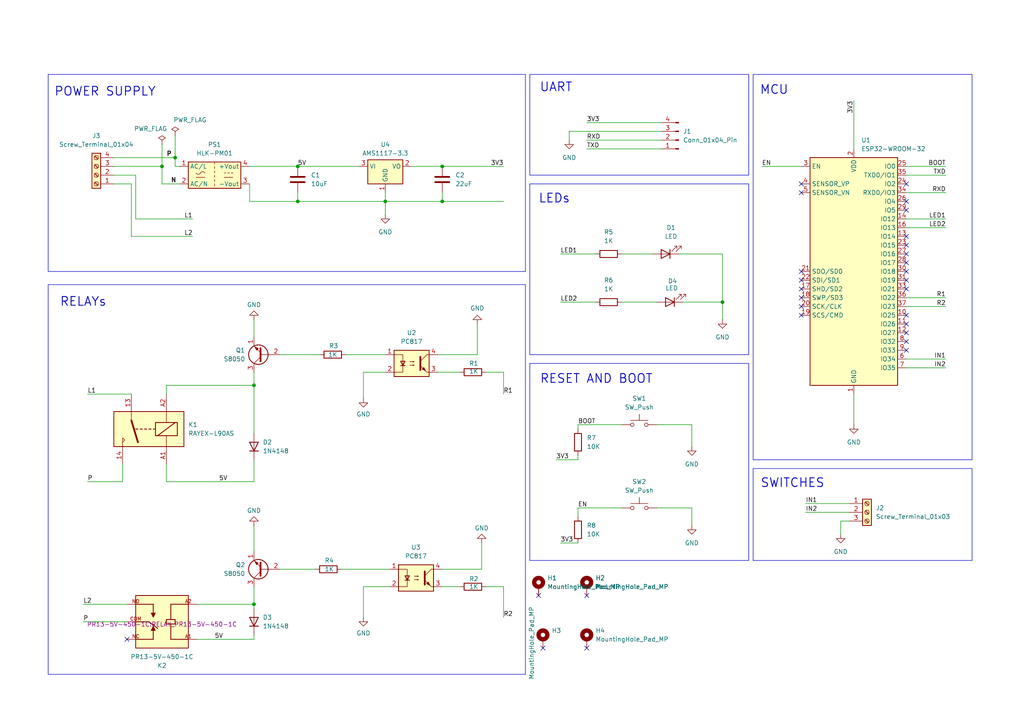
<source format=kicad_sch>
(kicad_sch (version 20250114) (generator "eeschema") (generator_version "9.0")
  (paper "A4")
  (title_block (title "30A Home Automation with ESP32") (date "2025-11-26") (comment 1 "By Harshal"))
  (lib_symbols
    (symbol "Connector:Conn_01x04_Pin" (pin_names (offset 1.016) (hide yes))
      (property "Reference" "J" (at 0 5.08 0))
      (property "Value" "Conn_01x04_Pin" (at 0 -7.62 0))
      (symbol "Conn_01x04_Pin_1_1"
        (rectangle (start 0.8636 2.667) (end 0 2.413) (stroke (width 0.1524)) (fill (type outline)))
        (rectangle (start 0.8636 0.127) (end 0 -0.127) (stroke (width 0.1524)) (fill (type outline)))
        (rectangle (start 0.8636 -2.413) (end 0 -2.667) (stroke (width 0.1524)) (fill (type outline)))
        (rectangle (start 0.8636 -4.953) (end 0 -5.207) (stroke (width 0.1524)) (fill (type outline)))
        (polyline (pts (xy 1.27 2.54) (xy 0.8636 2.54)) (stroke (width 0.1524)))
        (polyline (pts (xy 1.27 0) (xy 0.8636 0)) (stroke (width 0.1524)))
        (polyline (pts (xy 1.27 -2.54) (xy 0.8636 -2.54)) (stroke (width 0.1524)))
        (polyline (pts (xy 1.27 -5.08) (xy 0.8636 -5.08)) (stroke (width 0.1524)))
        (pin passive line (at 5.08 2.54 180) (length 3.81) (name "Pin_1") (number "1"))
        (pin passive line (at 5.08 0 180) (length 3.81) (name "Pin_2") (number "2"))
        (pin passive line (at 5.08 -2.54 180) (length 3.81) (name "Pin_3") (number "3"))
        (pin passive line (at 5.08 -5.08 180) (length 3.81) (name "Pin_4") (number "4"))
      )
    )
    (symbol "Connector:Screw_Terminal_01x03" (pin_names (offset 1.016) (hide yes))
      (property "Reference" "J" (at 0 5.08 0))
      (property "Value" "Screw_Terminal_01x03" (at 0 -5.08 0))
      (symbol "Screw_Terminal_01x03_1_1"
        (rectangle (start -1.27 3.81) (end 1.27 -3.81) (stroke (width 0.254)) (fill (type background)))
        (polyline (pts (xy -0.5334 2.8702) (xy 0.3302 2.032)) (stroke (width 0.1524)))
        (polyline (pts (xy -0.5334 0.3302) (xy 0.3302 -0.508)) (stroke (width 0.1524)))
        (polyline (pts (xy -0.5334 -2.2098) (xy 0.3302 -3.048)) (stroke (width 0.1524)))
        (polyline (pts (xy -0.3556 3.048) (xy 0.508 2.2098)) (stroke (width 0.1524)))
        (polyline (pts (xy -0.3556 0.508) (xy 0.508 -0.3302)) (stroke (width 0.1524)))
        (polyline (pts (xy -0.3556 -2.032) (xy 0.508 -2.8702)) (stroke (width 0.1524)))
        (circle (center 0 2.54) (radius 0.635) (stroke (width 0.1524)))
        (circle (center 0 0) (radius 0.635) (stroke (width 0.1524)))
        (circle (center 0 -2.54) (radius 0.635) (stroke (width 0.1524)))
        (pin passive line (at -5.08 2.54 0) (length 3.81) (name "Pin_1") (number "1"))
        (pin passive line (at -5.08 0 0) (length 3.81) (name "Pin_2") (number "2"))
        (pin passive line (at -5.08 -2.54 0) (length 3.81) (name "Pin_3") (number "3"))
      )
    )
    (symbol "Connector:Screw_Terminal_01x04" (pin_names (offset 1.016) (hide yes))
      (property "Reference" "J" (at 0 5.08 0))
      (property "Value" "Screw_Terminal_01x04" (at 0 -7.62 0))
      (symbol "Screw_Terminal_01x04_1_1"
        (rectangle (start -1.27 3.81) (end 1.27 -6.35) (stroke (width 0.254)) (fill (type background)))
        (polyline (pts (xy -0.5334 2.8702) (xy 0.3302 2.032)) (stroke (width 0.1524)))
        (polyline (pts (xy -0.5334 0.3302) (xy 0.3302 -0.508)) (stroke (width 0.1524)))
        (polyline (pts (xy -0.5334 -2.2098) (xy 0.3302 -3.048)) (stroke (width 0.1524)))
        (polyline (pts (xy -0.5334 -4.7498) (xy 0.3302 -5.588)) (stroke (width 0.1524)))
        (polyline (pts (xy -0.3556 3.048) (xy 0.508 2.2098)) (stroke (width 0.1524)))
        (polyline (pts (xy -0.3556 0.508) (xy 0.508 -0.3302)) (stroke (width 0.1524)))
        (polyline (pts (xy -0.3556 -2.032) (xy 0.508 -2.8702)) (stroke (width 0.1524)))
        (polyline (pts (xy -0.3556 -4.572) (xy 0.508 -5.4102)) (stroke (width 0.1524)))
        (circle (center 0 2.54) (radius 0.635) (stroke (width 0.1524)))
        (circle (center 0 0) (radius 0.635) (stroke (width 0.1524)))
        (circle (center 0 -2.54) (radius 0.635) (stroke (width 0.1524)))
        (circle (center 0 -5.08) (radius 0.635) (stroke (width 0.1524)))
        (pin passive line (at -5.08 2.54 0) (length 3.81) (name "Pin_1") (number "1"))
        (pin passive line (at -5.08 0 0) (length 3.81) (name "Pin_2") (number "2"))
        (pin passive line (at -5.08 -2.54 0) (length 3.81) (name "Pin_3") (number "3"))
        (pin passive line (at -5.08 -5.08 0) (length 3.81) (name "Pin_4") (number "4"))
      )
    )
    (symbol "Converter_ACDC:HLK-PM01"
      (property "Reference" "PS" (at 0 5.08 0))
      (property "Value" "HLK-PM01" (at 0 -5.08 0))
      (symbol "HLK-PM01_0_1"
        (rectangle (start -7.62 3.81) (end 7.62 -3.81) (stroke (width 0.254)) (fill (type background)))
        (polyline (pts (xy -5.334 -0.635) (xy -2.794 -0.635)))
        (arc (start -4.064 0.635) (mid -4.699 0.2495) (end -5.334 0.635))
        (arc (start -4.064 0.635) (mid -3.429 1.0072) (end -2.794 0.635))
        (polyline (pts (xy 0 3.81) (xy 0 3.175)))
        (polyline (pts (xy 0 2.54) (xy 0 1.905)))
        (polyline (pts (xy 0 1.27) (xy 0 0.635)))
        (polyline (pts (xy 0 0) (xy 0 -0.635)))
        (polyline (pts (xy 0 -1.27) (xy 0 -1.905)))
        (polyline (pts (xy 0 -2.54) (xy 0 -3.175)))
        (polyline (pts (xy 2.794 0.635) (xy 3.302 0.635)))
        (polyline (pts (xy 2.794 -0.635) (xy 5.334 -0.635)))
        (polyline (pts (xy 3.81 0.635) (xy 4.318 0.635)))
        (polyline (pts (xy 4.826 0.635) (xy 5.334 0.635)))
      )
      (symbol "HLK-PM01_1_1"
        (pin power_in line (at -10.16 2.54 0) (length 2.54) (name "AC/L") (number "1"))
        (pin power_in line (at -10.16 -2.54 0) (length 2.54) (name "AC/N") (number "2"))
        (pin power_out line (at 10.16 2.54 180) (length 2.54) (name "+Vout") (number "4"))
        (pin power_out line (at 10.16 -2.54 180) (length 2.54) (name "-Vout") (number "3"))
      )
    )
    (symbol "Device:C" (pin_numbers (hide yes)) (pin_names (offset 0.254))
      (property "Reference" "C" (at 0.635 2.54 0))
      (property "Value" "C" (at 0.635 -2.54 0))
      (symbol "C_0_1"
        (polyline (pts (xy -2.032 0.762) (xy 2.032 0.762)) (stroke (width 0.508)))
        (polyline (pts (xy -2.032 -0.762) (xy 2.032 -0.762)) (stroke (width 0.508)))
      )
      (symbol "C_1_1"
        (pin passive line (at 0 3.81 270) (length 2.794) (name "~") (number "1"))
        (pin passive line (at 0 -3.81 90) (length 2.794) (name "~") (number "2"))
      )
    )
    (symbol "Device:LED" (pin_numbers (hide yes)) (pin_names (offset 1.016) (hide yes))
      (property "Reference" "D" (at 0 2.54 0))
      (property "Value" "LED" (at 0 -2.54 0))
      (symbol "LED_0_1"
        (polyline (pts (xy -3.048 -0.762) (xy -4.572 -2.286) (xy -3.81 -2.286) (xy -4.572 -2.286) (xy -4.572 -1.524)))
        (polyline (pts (xy -1.778 -0.762) (xy -3.302 -2.286) (xy -2.54 -2.286) (xy -3.302 -2.286) (xy -3.302 -1.524)))
        (polyline (pts (xy -1.27 0) (xy 1.27 0)))
        (polyline (pts (xy -1.27 -1.27) (xy -1.27 1.27)) (stroke (width 0.254)))
        (polyline (pts (xy 1.27 -1.27) (xy 1.27 1.27) (xy -1.27 0) (xy 1.27 -1.27)) (stroke (width 0.254)))
      )
      (symbol "LED_1_1"
        (pin passive line (at -3.81 0 0) (length 2.54) (name "K") (number "1"))
        (pin passive line (at 3.81 0 180) (length 2.54) (name "A") (number "2"))
      )
    )
    (symbol "Device:R" (pin_numbers (hide yes)) (pin_names (offset 0))
      (property "Reference" "R" (at 2.032 0 90))
      (property "Value" "R" (at 0 0 90))
      (symbol "R_0_1"
        (rectangle (start -1.016 -2.54) (end 1.016 2.54) (stroke (width 0.254)))
      )
      (symbol "R_1_1"
        (pin passive line (at 0 3.81 270) (length 1.27) (name "~") (number "1"))
        (pin passive line (at 0 -3.81 90) (length 1.27) (name "~") (number "2"))
      )
    )
    (symbol "Diode:1N4148" (pin_numbers (hide yes)) (pin_names (hide yes))
      (property "Reference" "D" (at 0 2.54 0))
      (property "Value" "1N4148" (at 0 -2.54 0))
      (symbol "1N4148_0_1"
        (polyline (pts (xy -1.27 1.27) (xy -1.27 -1.27)) (stroke (width 0.254)))
        (polyline (pts (xy 1.27 1.27) (xy 1.27 -1.27) (xy -1.27 0) (xy 1.27 1.27)) (stroke (width 0.254)))
        (polyline (pts (xy 1.27 0) (xy -1.27 0)))
      )
      (symbol "1N4148_1_1"
        (pin passive line (at -3.81 0 0) (length 2.54) (name "K") (number "1"))
        (pin passive line (at 3.81 0 180) (length 2.54) (name "A") (number "2"))
      )
    )
    (symbol "Isolator:PC817" (pin_names (offset 1.016))
      (property "Reference" "U" (at -5.08 5.08 0))
      (property "Value" "PC817" (at 0 5.08 0))
      (symbol "PC817_0_1"
        (rectangle (start -5.08 3.81) (end 5.08 -3.81) (stroke (width 0.254)) (fill (type background)))
        (polyline (pts (xy -5.08 2.54) (xy -2.54 2.54) (xy -2.54 -0.635)))
        (polyline (pts (xy -3.175 -0.635) (xy -1.905 -0.635)) (stroke (width 0.254)))
        (polyline (pts (xy -2.54 -0.635) (xy -2.54 -2.54) (xy -5.08 -2.54)))
        (polyline (pts (xy -2.54 -0.635) (xy -3.175 0.635) (xy -1.905 0.635) (xy -2.54 -0.635)) (stroke (width 0.254)))
        (polyline (pts (xy -0.508 0.508) (xy 0.762 0.508) (xy 0.381 0.381) (xy 0.381 0.635) (xy 0.762 0.508)))
        (polyline (pts (xy -0.508 -0.508) (xy 0.762 -0.508) (xy 0.381 -0.635) (xy 0.381 -0.381) (xy 0.762 -0.508)))
        (polyline (pts (xy 2.54 1.905) (xy 2.54 -1.905)) (stroke (width 0.508)))
        (polyline (pts (xy 2.54 0.635) (xy 4.445 2.54)))
        (polyline (pts (xy 3.048 -1.651) (xy 3.556 -1.143) (xy 4.064 -2.159) (xy 3.048 -1.651)) (fill (type outline)))
        (polyline (pts (xy 4.445 2.54) (xy 5.08 2.54)))
        (polyline (pts (xy 4.445 -2.54) (xy 2.54 -0.635)) (fill (type outline)))
        (polyline (pts (xy 4.445 -2.54) (xy 5.08 -2.54)))
      )
      (symbol "PC817_1_1"
        (pin passive line (at -7.62 2.54 0) (length 2.54) (name "~") (number "1"))
        (pin passive line (at -7.62 -2.54 0) (length 2.54) (name "~") (number "2"))
        (pin passive line (at 7.62 2.54 180) (length 2.54) (name "~") (number "4"))
        (pin passive line (at 7.62 -2.54 180) (length 2.54) (name "~") (number "3"))
      )
    )
    (symbol "Mechanical:MountingHole_Pad_MP" (pin_numbers (hide yes)) (pin_names (offset 1.016) (hide yes)) (in_bom no)
      (property "Reference" "H" (at 0 6.35 0))
      (property "Value" "MountingHole_Pad_MP" (at 0 4.445 0))
      (symbol "MountingHole_Pad_MP_0_1"
        (circle (center 0 1.27) (radius 1.27) (stroke (width 1.27)))
      )
      (symbol "MountingHole_Pad_MP_1_1"
        (pin input line (at 0 -2.54 90) (length 2.54) (name "MP") (number "MP"))
      )
    )
    (symbol "PR13-5V-450-1C:PR13-5V-450-1C" (pin_names (offset 1.016))
      (property "Reference" "K" (at -7.62 8.89 0))
      (property "Value" "PR13-5V-450-1C" (at -7.62 -10.16 0))
      (symbol "PR13-5V-450-1C_0_0"
        (polyline (pts (xy -7.62 5.08) (xy -2.54 5.08)) (stroke (width 0.254)))
        (polyline (pts (xy -7.62 -5.08) (xy -2.54 -5.08)) (stroke (width 0.254)))
        (rectangle (start -7.62 -7.62) (end 7.62 7.62) (stroke (width 0.254)) (fill (type background)))
        (polyline (pts (xy -3.81 0.635) (xy -2.54 0.635)) (stroke (width 0.254)))
        (polyline (pts (xy -3.81 -0.635) (xy -3.81 0.635)) (stroke (width 0.254)))
        (polyline (pts (xy -2.54 5.08) (xy -2.54 0.635)) (stroke (width 0.254)))
        (polyline (pts (xy -2.54 0.635) (xy -1.27 0.635)) (stroke (width 0.254)))
        (polyline (pts (xy -2.54 -0.635) (xy -3.81 -0.635)) (stroke (width 0.254)))
        (polyline (pts (xy -2.54 -0.635) (xy -2.54 -5.08)) (stroke (width 0.254)))
        (polyline (pts (xy -1.27 0.635) (xy -1.27 -0.635)) (stroke (width 0.254)))
        (polyline (pts (xy -1.27 -0.635) (xy -2.54 -0.635)) (stroke (width 0.254)))
        (polyline (pts (xy 1.905 -2.54) (xy 3.175 -2.54) (xy 2.54 -1.27) (xy 1.905 -2.54)) (stroke (width 0.1524)) (fill (type outline)))
        (polyline (pts (xy 2.54 5.08) (xy 2.54 2.54)) (stroke (width 0.254)))
        (polyline (pts (xy 2.54 5.08) (xy 7.62 5.08)) (stroke (width 0.254)))
        (polyline (pts (xy 2.54 -5.08) (xy 2.54 -2.54)) (stroke (width 0.254)))
        (polyline (pts (xy 3.175 2.54) (xy 1.905 2.54) (xy 2.54 1.27) (xy 3.175 2.54)) (stroke (width 0.1524)) (fill (type outline)))
        (polyline (pts (xy 3.81 0) (xy 1.27 1.905)) (stroke (width 0.254)))
        (polyline (pts (xy 7.62 0) (xy 3.81 0)) (stroke (width 0.254)))
        (polyline (pts (xy 7.62 -5.08) (xy 2.54 -5.08)) (stroke (width 0.254)))
        (pin passive line (at -10.16 5.08 0) (length 5.08) (name "~") (number "A1"))
        (pin passive line (at -10.16 -5.08 0) (length 5.08) (name "~") (number "A2"))
        (pin passive line (at 10.16 5.08 180) (length 5.08) (name "~") (number "NC"))
        (pin passive line (at 10.16 0 180) (length 5.08) (name "~") (number "COM"))
        (pin passive line (at 10.16 -5.08 180) (length 5.08) (name "~") (number "NO"))
      )
    )
    (symbol "RF_Module:ESP32-WROOM-32"
      (property "Reference" "U" (at -12.7 34.29 0))
      (property "Value" "ESP32-WROOM-32" (at 1.27 34.29 0))
      (symbol "ESP32-WROOM-32_0_1"
        (rectangle (start -12.7 33.02) (end 12.7 -33.02) (stroke (width 0.254)) (fill (type background)))
      )
      (symbol "ESP32-WROOM-32_1_1"
        (pin input line (at -15.24 30.48 0) (length 2.54) (name "EN") (number "3"))
        (pin input line (at -15.24 25.4 0) (length 2.54) (name "SENSOR_VP") (number "4"))
        (pin input line (at -15.24 22.86 0) (length 2.54) (name "SENSOR_VN") (number "5"))
        (pin bidirectional line (at -15.24 0 0) (length 2.54) (name "SDO/SD0") (number "21"))
        (pin bidirectional line (at -15.24 -2.54 0) (length 2.54) (name "SDI/SD1") (number "22"))
        (pin bidirectional line (at -15.24 -5.08 0) (length 2.54) (name "SHD/SD2") (number "17"))
        (pin bidirectional line (at -15.24 -7.62 0) (length 2.54) (name "SWP/SD3") (number "18"))
        (pin bidirectional line (at -15.24 -10.16 0) (length 2.54) (name "SCK/CLK") (number "20"))
        (pin bidirectional line (at -15.24 -12.7 0) (length 2.54) (name "SCS/CMD") (number "19"))
        (pin no_connect line (at -12.7 -27.94 0) (length 2.54) (hide yes) (name "NC") (number "32"))
        (pin power_in line (at 0 35.56 270) (length 2.54) (name "VDD") (number "2"))
        (pin power_in line (at 0 -35.56 90) (length 2.54) (name "GND") (number "1"))
        (pin passive line (at 0 -35.56 90) (length 2.54) (hide yes) (name "GND") (number "15"))
        (pin passive line (at 0 -35.56 90) (length 2.54) (hide yes) (name "GND") (number "38"))
        (pin passive line (at 0 -35.56 90) (length 2.54) (hide yes) (name "GND") (number "39"))
        (pin bidirectional line (at 15.24 30.48 180) (length 2.54) (name "IO0") (number "25"))
        (pin bidirectional line (at 15.24 27.94 180) (length 2.54) (name "TXD0/IO1") (number "35"))
        (pin bidirectional line (at 15.24 25.4 180) (length 2.54) (name "IO2") (number "24"))
        (pin bidirectional line (at 15.24 22.86 180) (length 2.54) (name "RXD0/IO3") (number "34"))
        (pin bidirectional line (at 15.24 20.32 180) (length 2.54) (name "IO4") (number "26"))
        (pin bidirectional line (at 15.24 17.78 180) (length 2.54) (name "IO5") (number "29"))
        (pin bidirectional line (at 15.24 15.24 180) (length 2.54) (name "IO12") (number "14"))
        (pin bidirectional line (at 15.24 12.7 180) (length 2.54) (name "IO13") (number "16"))
        (pin bidirectional line (at 15.24 10.16 180) (length 2.54) (name "IO14") (number "13"))
        (pin bidirectional line (at 15.24 7.62 180) (length 2.54) (name "IO15") (number "23"))
        (pin bidirectional line (at 15.24 5.08 180) (length 2.54) (name "IO16") (number "27"))
        (pin bidirectional line (at 15.24 2.54 180) (length 2.54) (name "IO17") (number "28"))
        (pin bidirectional line (at 15.24 0 180) (length 2.54) (name "IO18") (number "30"))
        (pin bidirectional line (at 15.24 -2.54 180) (length 2.54) (name "IO19") (number "31"))
        (pin bidirectional line (at 15.24 -5.08 180) (length 2.54) (name "IO21") (number "33"))
        (pin bidirectional line (at 15.24 -7.62 180) (length 2.54) (name "IO22") (number "36"))
        (pin bidirectional line (at 15.24 -10.16 180) (length 2.54) (name "IO23") (number "37"))
        (pin bidirectional line (at 15.24 -12.7 180) (length 2.54) (name "IO25") (number "10"))
        (pin bidirectional line (at 15.24 -15.24 180) (length 2.54) (name "IO26") (number "11"))
        (pin bidirectional line (at 15.24 -17.78 180) (length 2.54) (name "IO27") (number "12"))
        (pin bidirectional line (at 15.24 -20.32 180) (length 2.54) (name "IO32") (number "8"))
        (pin bidirectional line (at 15.24 -22.86 180) (length 2.54) (name "IO33") (number "9"))
        (pin input line (at 15.24 -25.4 180) (length 2.54) (name "IO34") (number "6"))
        (pin input line (at 15.24 -27.94 180) (length 2.54) (name "IO35") (number "7"))
      )
    )
    (symbol "Regulator_Linear:AMS1117-3.3"
      (property "Reference" "U" (at -3.81 3.175 0))
      (property "Value" "AMS1117-3.3" (at 0 3.175 0))
      (symbol "AMS1117-3.3_0_1"
        (rectangle (start -5.08 -5.08) (end 5.08 1.905) (stroke (width 0.254)) (fill (type background)))
      )
      (symbol "AMS1117-3.3_1_1"
        (pin power_in line (at -7.62 0 0) (length 2.54) (name "VI") (number "3"))
        (pin power_in line (at 0 -7.62 90) (length 2.54) (name "GND") (number "1"))
        (pin power_out line (at 7.62 0 180) (length 2.54) (name "VO") (number "2"))
      )
    )
    (symbol "Relay:RAYEX-L90AS"
      (property "Reference" "K" (at 11.43 3.81 0))
      (property "Value" "RAYEX-L90AS" (at 11.43 1.27 0))
      (symbol "RAYEX-L90AS_1_0"
        (polyline (pts (xy 7.62 3.81) (xy 7.62 5.08)))
        (polyline (pts (xy 7.62 3.81) (xy 7.62 2.54) (xy 6.985 3.175) (xy 7.62 3.81)))
      )
      (symbol "RAYEX-L90AS_1_1"
        (rectangle (start -10.16 5.08) (end 10.16 -5.08) (stroke (width 0.254)) (fill (type background)))
        (rectangle (start -8.255 1.905) (end -1.905 -1.905) (stroke (width 0.254)))
        (polyline (pts (xy -7.62 -1.905) (xy -2.54 1.905)) (stroke (width 0.254)))
        (polyline (pts (xy -5.08 5.08) (xy -5.08 1.905)))
        (polyline (pts (xy -5.08 -5.08) (xy -5.08 -1.905)))
        (polyline (pts (xy -1.905 0) (xy -1.27 0)) (stroke (width 0.254)))
        (polyline (pts (xy -0.635 0) (xy 0 0)) (stroke (width 0.254)))
        (polyline (pts (xy 0.635 0) (xy 1.27 0)) (stroke (width 0.254)))
        (polyline (pts (xy 1.905 0) (xy 2.54 0)) (stroke (width 0.254)))
        (polyline (pts (xy 3.175 0) (xy 3.81 0)) (stroke (width 0.254)))
        (polyline (pts (xy 5.08 -2.54) (xy 3.175 3.81)) (stroke (width 0.508)))
        (polyline (pts (xy 5.08 -2.54) (xy 5.08 -5.08)))
        (pin passive line (at -5.08 10.16 270) (length 5.08) (name "~") (number "A1"))
        (pin passive line (at -5.08 -10.16 90) (length 5.08) (name "~") (number "A2"))
        (pin passive line (at 5.08 -10.16 90) (length 5.08) (name "~") (number "13"))
        (pin passive line (at 7.62 10.16 270) (length 5.08) (name "~") (number "14"))
      )
    )
    (symbol "Switch:SW_Push" (pin_numbers (hide yes)) (pin_names (offset 1.016) (hide yes))
      (property "Reference" "SW" (at 1.27 2.54 0))
      (property "Value" "SW_Push" (at 0 -1.524 0))
      (symbol "SW_Push_0_1"
        (circle (center -2.032 0) (radius 0.508))
        (polyline (pts (xy 0 1.27) (xy 0 3.048)))
        (circle (center 2.032 0) (radius 0.508))
        (polyline (pts (xy 2.54 1.27) (xy -2.54 1.27)))
        (pin passive line (at -5.08 0 0) (length 2.54) (name "1") (number "1"))
        (pin passive line (at 5.08 0 180) (length 2.54) (name "2") (number "2"))
      )
    )
    (symbol "Transistor_BJT:S8050" (pin_names (offset 0) (hide yes))
      (property "Reference" "Q" (at 5.08 1.905 0))
      (property "Value" "S8050" (at 5.08 0 0))
      (symbol "S8050_0_1"
        (polyline (pts (xy -2.54 0) (xy 0.635 0)))
        (polyline (pts (xy 0.635 1.905) (xy 0.635 -1.905)) (stroke (width 0.508)))
        (circle (center 1.27 0) (radius 2.8194) (stroke (width 0.254)))
      )
      (symbol "S8050_1_1"
        (polyline (pts (xy 0.635 0.635) (xy 2.54 2.54)))
        (polyline (pts (xy 0.635 -0.635) (xy 2.54 -2.54)))
        (polyline (pts (xy 1.27 -1.778) (xy 1.778 -1.27) (xy 2.286 -2.286) (xy 1.27 -1.778)) (fill (type outline)))
        (pin input line (at -5.08 0 0) (length 2.54) (name "B") (number "2"))
        (pin passive line (at 2.54 5.08 270) (length 2.54) (name "C") (number "3"))
        (pin passive line (at 2.54 -5.08 90) (length 2.54) (name "E") (number "1"))
      )
    )
    (symbol "power:GND" (power) (pin_numbers (hide yes)) (pin_names (offset 0) (hide yes))
      (property "Value" "GND" (at 0 -3.81 0))
      (symbol "GND_0_1"
        (polyline (pts (xy 0 0) (xy 0 -1.27) (xy 1.27 -1.27) (xy 0 -2.54) (xy -1.27 -1.27) (xy 0 -1.27)))
      )
      (symbol "GND_1_1"
        (pin power_in line (at 0 0 270) (length 0) (name "~") (number "1"))
      )
    )
    (symbol "power:PWR_FLAG" (power) (pin_numbers (hide yes)) (pin_names (offset 0) (hide yes))
      (property "Value" "PWR_FLAG" (at 0 3.81 0))
      (symbol "PWR_FLAG_0_0"
        (pin power_out line (at 0 0 90) (length 0) (name "~") (number "1"))
      )
      (symbol "PWR_FLAG_0_1"
        (polyline (pts (xy 0 0) (xy 0 1.27) (xy -1.016 1.905) (xy 0 2.54) (xy 1.016 1.905) (xy 0 1.27)))
      )
    )
  )
  (rectangle (start 13.97 82.55) (end 152.4 195.58))
  (rectangle (start 153.67 53.34) (end 217.17 102.87))
  (rectangle (start 218.44 21.59) (end 281.94 133.35))
  (rectangle (start 218.44 135.89) (end 281.94 162.56))
  (rectangle (start 153.67 21.59) (end 217.17 50.8))
  (rectangle (start 153.67 105.41) (end 217.17 162.56))
  (rectangle (start 13.97 21.59) (end 152.4 78.74))
  (text "POWER SUPPLY\n" (at 30.48 26.67 0) (effects (font (size 2.54 2.54) (thickness 0.254) (bold yes))))
  (text "UART\n" (at 161.29 25.4 0) (effects (font (size 2.54 2.54) (thickness 0.254) (bold yes))))
  (text "SWITCHES\n" (at 229.87 140.208 0) (effects (font (size 2.54 2.54) (thickness 0.254) (bold yes))))
  (text "LEDs" (at 160.782 57.658 0) (effects (font (size 2.54 2.54) (thickness 0.254) (bold yes))))
  (text "MCU" (at 224.536 26.162 0) (effects (font (size 2.54 2.54) (thickness 0.254) (bold yes))))
  (text "RESET AND BOOT\n" (at 172.974 109.982 0) (effects (font (size 2.54 2.54) (thickness 0.254) (bold yes))))
  (text "RELAYs" (at 24.13 87.63 0) (effects (font (size 2.54 2.54) (thickness 0.254) (bold yes))))
  (junction (at 209.55 87.63))
  (junction (at 86.36 48.26))
  (junction (at 111.76 58.42))
  (junction (at 128.27 48.26))
  (junction (at 73.66 175.26))
  (junction (at 46.99 48.26))
  (junction (at 50.8 45.72))
  (junction (at 86.36 58.42))
  (junction (at 128.27 58.42))
  (junction (at 73.66 111.76))
  (no_connect (at 170.18 172.72))
  (no_connect (at 36.83 185.42))
  (no_connect (at 232.41 91.44))
  (no_connect (at 232.41 83.82))
  (no_connect (at 232.41 88.9))
  (no_connect (at 262.89 71.12))
  (no_connect (at 262.89 101.6))
  (no_connect (at 262.89 83.82))
  (no_connect (at 262.89 73.66))
  (no_connect (at 262.89 58.42))
  (no_connect (at 232.41 53.34))
  (no_connect (at 156.21 172.72))
  (no_connect (at 262.89 91.44))
  (no_connect (at 262.89 93.98))
  (no_connect (at 262.89 76.2))
  (no_connect (at 262.89 96.52))
  (no_connect (at 170.18 187.96))
  (no_connect (at 262.89 53.34))
  (no_connect (at 157.48 187.96))
  (no_connect (at 262.89 99.06))
  (no_connect (at 232.41 86.36))
  (no_connect (at 232.41 81.28))
  (no_connect (at 262.89 68.58))
  (no_connect (at 232.41 78.74))
  (no_connect (at 262.89 78.74))
  (no_connect (at 262.89 81.28))
  (no_connect (at 262.89 60.96))
  (no_connect (at 232.41 55.88))
  (wire (pts (xy 73.66 107.95) (xy 73.66 111.76)))
  (wire (pts (xy 190.5 123.19) (xy 200.66 123.19)))
  (wire (pts (xy 105.41 170.18) (xy 113.03 170.18)))
  (wire (pts (xy 33.02 53.34) (xy 38.1 53.34)))
  (wire (pts (xy 119.38 48.26) (xy 128.27 48.26)))
  (wire (pts (xy 99.06 165.1) (xy 113.03 165.1)))
  (wire (pts (xy 105.41 107.95) (xy 111.76 107.95)))
  (wire (pts (xy 140.97 107.95) (xy 146.05 107.95)))
  (wire (pts (xy 50.8 48.26) (xy 50.8 45.72)))
  (wire (pts (xy 73.66 111.76) (xy 73.66 125.73)))
  (wire (pts (xy 104.14 48.26) (xy 86.36 48.26)))
  (wire (pts (xy 38.1 68.58) (xy 55.88 68.58)))
  (wire (pts (xy 38.1 53.34) (xy 38.1 68.58)))
  (wire (pts (xy 243.84 151.13) (xy 243.84 154.94)))
  (wire (pts (xy 128.27 58.42) (xy 146.05 58.42)))
  (wire (pts (xy 162.56 73.66) (xy 172.72 73.66)))
  (wire (pts (xy 105.41 115.57) (xy 105.41 107.95)))
  (wire (pts (xy 167.64 123.19) (xy 180.34 123.19)))
  (wire (pts (xy 72.39 53.34) (xy 72.39 58.42)))
  (wire (pts (xy 33.02 45.72) (xy 50.8 45.72)))
  (wire (pts (xy 167.64 147.32) (xy 180.34 147.32)))
  (wire (pts (xy 180.34 73.66) (xy 189.23 73.66)))
  (wire (pts (xy 247.65 123.19) (xy 247.65 114.3)))
  (wire (pts (xy 86.36 58.42) (xy 111.76 58.42)))
  (wire (pts (xy 57.15 185.42) (xy 73.66 185.42)))
  (wire (pts (xy 57.15 175.26) (xy 73.66 175.26)))
  (wire (pts (xy 86.36 55.88) (xy 86.36 58.42)))
  (wire (pts (xy 73.66 175.26) (xy 73.66 170.18)))
  (wire (pts (xy 180.34 87.63) (xy 190.5 87.63)))
  (wire (pts (xy 73.66 160.02) (xy 73.66 152.4)))
  (wire (pts (xy 128.27 58.42) (xy 128.27 55.88)))
  (wire (pts (xy 233.68 148.59) (xy 246.38 148.59)))
  (wire (pts (xy 262.89 63.5) (xy 274.32 63.5)))
  (wire (pts (xy 167.64 132.08) (xy 167.64 133.35)))
  (wire (pts (xy 127 102.87) (xy 138.43 102.87)))
  (wire (pts (xy 128.27 170.18) (xy 133.35 170.18)))
  (wire (pts (xy 48.26 111.76) (xy 73.66 111.76)))
  (wire (pts (xy 170.18 43.18) (xy 191.77 43.18)))
  (wire (pts (xy 46.99 48.26) (xy 46.99 53.34)))
  (wire (pts (xy 262.89 55.88) (xy 274.32 55.88)))
  (wire (pts (xy 24.13 175.26) (xy 36.83 175.26)))
  (wire (pts (xy 72.39 48.26) (xy 86.36 48.26)))
  (wire (pts (xy 190.5 147.32) (xy 200.66 147.32)))
  (wire (pts (xy 200.66 152.4) (xy 200.66 147.32)))
  (wire (pts (xy 128.27 48.26) (xy 146.05 48.26)))
  (wire (pts (xy 39.37 50.8) (xy 39.37 63.5)))
  (wire (pts (xy 191.77 35.56) (xy 170.18 35.56)))
  (wire (pts (xy 52.07 48.26) (xy 50.8 48.26)))
  (wire (pts (xy 262.89 48.26) (xy 274.32 48.26)))
  (wire (pts (xy 33.02 48.26) (xy 46.99 48.26)))
  (wire (pts (xy 48.26 139.7) (xy 73.66 139.7)))
  (wire (pts (xy 35.56 139.7) (xy 35.56 134.62)))
  (wire (pts (xy 262.89 50.8) (xy 274.32 50.8)))
  (wire (pts (xy 25.4 139.7) (xy 35.56 139.7)))
  (wire (pts (xy 72.39 58.42) (xy 86.36 58.42)))
  (wire (pts (xy 128.27 165.1) (xy 139.7 165.1)))
  (wire (pts (xy 146.05 107.95) (xy 146.05 114.3)))
  (wire (pts (xy 167.64 157.48) (xy 162.56 157.48)))
  (wire (pts (xy 81.28 102.87) (xy 92.71 102.87)))
  (wire (pts (xy 48.26 111.76) (xy 48.26 114.3)))
  (wire (pts (xy 167.64 133.35) (xy 161.29 133.35)))
  (wire (pts (xy 220.98 48.26) (xy 232.41 48.26)))
  (wire (pts (xy 209.55 73.66) (xy 209.55 87.63)))
  (wire (pts (xy 262.89 106.68) (xy 274.32 106.68)))
  (wire (pts (xy 140.97 170.18) (xy 146.05 170.18)))
  (wire (pts (xy 127 107.95) (xy 133.35 107.95)))
  (wire (pts (xy 73.66 176.53) (xy 73.66 175.26)))
  (wire (pts (xy 33.02 50.8) (xy 39.37 50.8)))
  (wire (pts (xy 46.99 53.34) (xy 52.07 53.34)))
  (wire (pts (xy 198.12 87.63) (xy 209.55 87.63)))
  (wire (pts (xy 48.26 134.62) (xy 48.26 139.7)))
  (wire (pts (xy 246.38 151.13) (xy 243.84 151.13)))
  (wire (pts (xy 262.89 86.36) (xy 274.32 86.36)))
  (wire (pts (xy 165.1 38.1) (xy 191.77 38.1)))
  (wire (pts (xy 73.66 185.42) (xy 73.66 184.15)))
  (wire (pts (xy 25.4 114.3) (xy 38.1 114.3)))
  (wire (pts (xy 50.8 39.37) (xy 50.8 45.72)))
  (wire (pts (xy 167.64 124.46) (xy 167.64 123.19)))
  (wire (pts (xy 39.37 63.5) (xy 55.88 63.5)))
  (wire (pts (xy 73.66 139.7) (xy 73.66 133.35)))
  (wire (pts (xy 247.65 43.18) (xy 247.65 29.21)))
  (wire (pts (xy 200.66 129.54) (xy 200.66 123.19)))
  (wire (pts (xy 100.33 102.87) (xy 111.76 102.87)))
  (wire (pts (xy 170.18 40.64) (xy 191.77 40.64)))
  (wire (pts (xy 139.7 165.1) (xy 139.7 157.48)))
  (wire (pts (xy 262.89 88.9) (xy 274.32 88.9)))
  (wire (pts (xy 111.76 62.23) (xy 111.76 58.42)))
  (wire (pts (xy 167.64 149.86) (xy 167.64 147.32)))
  (wire (pts (xy 146.05 170.18) (xy 146.05 179.07)))
  (wire (pts (xy 105.41 179.07) (xy 105.41 170.18)))
  (wire (pts (xy 138.43 102.87) (xy 138.43 93.98)))
  (wire (pts (xy 73.66 97.79) (xy 73.66 92.71)))
  (wire (pts (xy 81.28 165.1) (xy 91.44 165.1)))
  (wire (pts (xy 165.1 40.64) (xy 165.1 38.1)))
  (wire (pts (xy 36.83 180.34) (xy 24.13 180.34)))
  (wire (pts (xy 46.99 41.91) (xy 46.99 48.26)))
  (wire (pts (xy 262.89 66.04) (xy 274.32 66.04)))
  (wire (pts (xy 233.68 146.05) (xy 246.38 146.05)))
  (wire (pts (xy 111.76 55.88) (xy 111.76 58.42)))
  (wire (pts (xy 262.89 104.14) (xy 274.32 104.14)))
  (wire (pts (xy 162.56 87.63) (xy 172.72 87.63)))
  (wire (pts (xy 196.85 73.66) (xy 209.55 73.66)))
  (wire (pts (xy 111.76 58.42) (xy 128.27 58.42)))
  (wire (pts (xy 209.55 87.63) (xy 209.55 92.71)))
  (label "IN2" (at 233.68 148.59 0))
  (label "L2" (at 55.88 68.58 180) (effects (font (thickness 0.1588))))
  (label "3V3" (at 146.05 48.26 180) (effects (font (thickness 0.1588))))
  (label "3V3" (at 247.65 29.21 270))
  (label "IN2" (at 274.32 106.68 180))
  (label "N" (at 49.53 53.34 0) (effects (font (thickness 0.254) (bold yes))))
  (label "EN" (at 167.64 147.32 0) (effects (font (thickness 0.1588))))
  (label "RXD" (at 170.18 40.64 0) (effects (font (thickness 0.1588))))
  (label "3V3" (at 161.29 133.35 0))
  (label "LED2" (at 162.56 87.63 0) (effects (font (thickness 0.1588))))
  (label "L1" (at 55.88 63.5 180) (effects (font (thickness 0.1588))))
  (label "LED1" (at 274.32 63.5 180))
  (label "3V3" (at 162.56 157.48 0))
  (label "R1" (at 274.32 86.36 180))
  (label "5V" (at 63.5 139.7 0) (effects (font (thickness 0.1588))))
  (label "LED1" (at 162.56 73.66 0) (effects (font (thickness 0.1588))))
  (label "TXD" (at 170.18 43.18 0) (effects (font (thickness 0.1588))))
  (label "P" (at 25.4 139.7 0) (effects (font (thickness 0.1588))))
  (label "IN1" (at 233.68 146.05 0))
  (label "BOOT" (at 274.32 48.26 180))
  (label "P" (at 24.13 180.34 0) (effects (font (thickness 0.1588))))
  (label "EN" (at 220.98 48.26 0))
  (label "BOOT" (at 167.64 123.19 0))
  (label "L2" (at 24.13 175.26 0) (effects (font (thickness 0.1588))))
  (label "5V" (at 62.23 185.42 0) (effects (font (thickness 0.1588))))
  (label "L1" (at 25.4 114.3 0) (effects (font (thickness 0.1588))))
  (label "R2" (at 274.32 88.9 180))
  (label "IN1" (at 274.32 104.14 180))
  (label "R2" (at 146.05 179.07 0) (effects (font (thickness 0.1588))))
  (label "R1" (at 146.05 114.3 0) (effects (font (thickness 0.1588))))
  (label "3V3" (at 170.18 35.56 0) (effects (font (thickness 0.1588))))
  (label "LED2" (at 274.32 66.04 180))
  (label "RXD" (at 274.32 55.88 180))
  (label "5V" (at 86.36 48.26 0) (effects (font (thickness 0.1588))))
  (label "P" (at 48.26 45.72 0) (effects (font (thickness 0.254) (bold yes))))
  (label "TXD" (at 274.32 50.8 180))
  (symbol (lib_id "Mechanical:MountingHole_Pad_MP") (at 170.18 170.18 0) (unit 1) (in_bom no)
    (property "Reference" "H2" (at 172.72 167.6399 0) (effects (justify left)))
    (property "Value" "MountingHole_Pad_MP" (at 172.72 170.1799 0) (effects (justify left)))
    (property "Footprint" "MountingHole:MountingHole_2.7mm_M2.5_Pad_Via" (effects (hide yes)))
    (property "Description" "Mounting Hole with connection as pad named MP" (effects (hide yes)))
  )
  (symbol (lib_id "Isolator:PC817") (at 119.38 105.41 0) (unit 1)
    (property "Reference" "U2" (at 119.38 96.52 0))
    (property "Value" "PC817" (at 119.38 99.06 0))
    (property "Footprint" "Package_DIP:DIP-4_W7.62mm" (effects (hide yes)))
    (property "Datasheet" "http://www.soselectronic.cz/a_info/resource/d/pc817.pdf" (effects (hide yes)))
    (property "Description" "DC Optocoupler, Vce 35V, CTR 50-300%, DIP-4" (effects (hide yes)))
  )
  (symbol (lib_id "power:GND") (at 139.7 157.48 180) (unit 1)
    (property "Reference" "#PWR011" (effects (hide yes)))
    (property "Value" "GND" (at 139.7 153.162 0))
    (property "Description" "Power symbol creates a global label with name \"GND\" , ground" (effects (hide yes)))
  )
  (symbol (lib_id "power:GND") (at 243.84 154.94 0) (unit 1)
    (property "Reference" "#PWR03" (effects (hide yes)))
    (property "Value" "GND" (at 243.84 160.02 0))
    (property "Description" "Power symbol creates a global label with name \"GND\" , ground" (effects (hide yes)))
  )
  (symbol (lib_id "Device:R") (at 137.16 107.95 90) (unit 1)
    (property "Reference" "R1" (at 137.414 105.41 90))
    (property "Value" "1K" (at 137.414 107.696 90))
    (property "Footprint" "Resistor_SMD:R_0805_2012Metric" (effects (hide yes)))
    (property "Description" "Resistor" (effects (hide yes)))
  )
  (symbol (lib_id "RF_Module:ESP32-WROOM-32") (at 247.65 78.74 0) (unit 1)
    (property "Reference" "U1" (at 249.7933 40.64 0) (effects (justify left)))
    (property "Value" "ESP32-WROOM-32" (at 249.7933 43.18 0) (effects (justify left)))
    (property "Footprint" "RF_Module:ESP32-WROOM-32" (effects (hide yes)))
    (property "Datasheet" "https://www.espressif.com/sites/default/files/documentation/esp32-wroom-32_datasheet_en.pdf" (effects (hide yes)))
    (property "Description" "RF Module, ESP32-D0WDQ6 SoC, Wi-Fi 802.11b/g/n, Bluetooth, BLE, 32-bit, 2.7-3.6V, onboard antenna, SMD" (effects (hide yes)))
  )
  (symbol (lib_id "power:GND") (at 111.76 62.23 0) (unit 1)
    (property "Reference" "#PWR07" (effects (hide yes)))
    (property "Value" "GND" (at 111.76 67.31 0))
    (property "Description" "Power symbol creates a global label with name \"GND\" , ground" (effects (hide yes)))
  )
  (symbol (lib_id "Device:R") (at 95.25 165.1 90) (unit 1)
    (property "Reference" "R4" (at 95.504 162.56 90))
    (property "Value" "1K" (at 95.504 165.1 90))
    (property "Footprint" "Resistor_SMD:R_0805_2012Metric" (effects (hide yes)))
    (property "Description" "Resistor" (effects (hide yes)))
  )
  (symbol (lib_id "Mechanical:MountingHole_Pad_MP") (at 157.48 185.42 0) (unit 1) (in_bom no)
    (property "Reference" "H3" (at 160.02 182.8799 0) (effects (justify left)))
    (property "Value" "MountingHole_Pad_MP" (at 154.178 197.104 90) (effects (justify left)))
    (property "Footprint" "MountingHole:MountingHole_2.7mm_M2.5_Pad_Via" (effects (hide yes)))
    (property "Description" "Mounting Hole with connection as pad named MP" (effects (hide yes)))
  )
  (symbol (lib_id "power:GND") (at 209.55 92.71 0) (unit 1)
    (property "Reference" "#PWR05" (effects (hide yes)))
    (property "Value" "GND" (at 209.55 97.79 0))
    (property "Description" "Power symbol creates a global label with name \"GND\" , ground" (effects (hide yes)))
  )
  (symbol (lib_id "Device:LED") (at 194.31 87.63 180) (unit 1)
    (property "Reference" "D4" (at 195.072 81.534 0))
    (property "Value" "LED" (at 194.818 83.566 0))
    (property "Footprint" "LED_SMD:LED_0805_2012Metric" (effects (hide yes)))
    (property "Description" "Light emitting diode" (effects (hide yes)))
    (property "Sim.Pins" "1=K 2=A" (effects (hide yes)))
  )
  (symbol (lib_id "Mechanical:MountingHole_Pad_MP") (at 170.18 185.42 0) (unit 1) (in_bom no)
    (property "Reference" "H4" (at 172.72 182.8799 0) (effects (justify left)))
    (property "Value" "MountingHole_Pad_MP" (at 172.72 185.4199 0) (effects (justify left)))
    (property "Footprint" "MountingHole:MountingHole_2.7mm_M2.5_Pad_Via" (effects (hide yes)))
    (property "Description" "Mounting Hole with connection as pad named MP" (effects (hide yes)))
  )
  (symbol (lib_id "Connector:Screw_Terminal_01x04") (at 27.94 50.8 180) (unit 1)
    (property "Reference" "J3" (at 27.94 39.37 0))
    (property "Value" "Screw_Terminal_01x04" (at 27.94 41.91 0))
    (property "Footprint" "TerminalBlock_Phoenix:TerminalBlock_Phoenix_MKDS-1,5-4-5.08_1x04_P5.08mm_Horizontal" (effects (hide yes)))
    (property "Description" "Generic screw terminal, single row, 01x04, script generated (kicad-library-utils/schlib/autogen/connector/)" (effects (hide yes)))
  )
  (symbol (lib_id "Connector:Screw_Terminal_01x03") (at 251.46 148.59 0) (unit 1)
    (property "Reference" "J2" (at 254 147.3199 0) (effects (justify left)))
    (property "Value" "Screw_Terminal_01x03" (at 254 149.8599 0) (effects (justify left)))
    (property "Footprint" "TerminalBlock_Phoenix:TerminalBlock_Phoenix_MKDS-1,5-3-5.08_1x03_P5.08mm_Horizontal" (effects (hide yes)))
    (property "Description" "Generic screw terminal, single row, 01x03, script generated (kicad-library-utils/schlib/autogen/connector/)" (effects (hide yes)))
  )
  (symbol (lib_id "power:GND") (at 73.66 152.4 180) (unit 1)
    (property "Reference" "#PWR08" (effects (hide yes)))
    (property "Value" "GND" (at 73.66 148.082 0))
    (property "Description" "Power symbol creates a global label with name \"GND\" , ground" (effects (hide yes)))
  )
  (symbol (lib_id "Device:R") (at 96.52 102.87 90) (unit 1)
    (property "Reference" "R3" (at 96.774 100.33 90))
    (property "Value" "1K" (at 96.52 102.87 90))
    (property "Footprint" "Resistor_SMD:R_0805_2012Metric" (effects (hide yes)))
    (property "Description" "Resistor" (effects (hide yes)))
  )
  (symbol (lib_id "Relay:RAYEX-L90AS") (at 43.18 124.46 180) (unit 1)
    (property "Reference" "K1" (at 54.61 123.1899 0) (effects (justify right)))
    (property "Value" "RAYEX-L90AS" (at 54.61 125.7299 0) (effects (justify right)))
    (property "Footprint" "Relay_THT:Relay_SPST_RAYEX-L90AS" (effects (hide yes)))
    (property "Datasheet" "https://a3.sofastcdn.com/attachment/7jioKBjnRiiSrjrjknRiwS77gwbf3zmp/L90-SERIES.pdf" (effects (hide yes)))
    (property "Description" "Power relay, Without Common Terminal between coil terminals, NO, SPST, 30A" (effects (hide yes)))
  )
  (symbol (lib_id "power:GND") (at 200.66 152.4 0) (unit 1)
    (property "Reference" "#PWR02" (effects (hide yes)))
    (property "Value" "GND" (at 200.66 157.48 0))
    (property "Description" "Power symbol creates a global label with name \"GND\" , ground" (effects (hide yes)))
  )
  (symbol (lib_id "Switch:SW_Push") (at 185.42 123.19 0) (unit 1)
    (property "Reference" "SW1" (at 185.42 115.57 0))
    (property "Value" "SW_Push" (at 185.42 118.11 0))
    (property "Footprint" "Button_Switch_THT:SW_PUSH_6mm" (effects (hide yes)))
    (property "Description" "Push button switch, generic, two pins" (effects (hide yes)))
  )
  (symbol (lib_id "Mechanical:MountingHole_Pad_MP") (at 156.21 170.18 0) (unit 1) (in_bom no)
    (property "Reference" "H1" (at 158.75 167.6399 0) (effects (justify left)))
    (property "Value" "MountingHole_Pad_MP" (at 158.75 170.1799 0) (effects (justify left)))
    (property "Footprint" "MountingHole:MountingHole_2.7mm_M2.5_Pad_Via" (effects (hide yes)))
    (property "Description" "Mounting Hole with connection as pad named MP" (effects (hide yes)))
  )
  (symbol (lib_id "power:GND") (at 138.43 93.98 180) (unit 1)
    (property "Reference" "#PWR010" (effects (hide yes)))
    (property "Value" "GND" (at 138.43 89.408 0))
    (property "Description" "Power symbol creates a global label with name \"GND\" , ground" (effects (hide yes)))
  )
  (symbol (lib_id "power:GND") (at 105.41 115.57 0) (unit 1)
    (property "Reference" "#PWR013" (effects (hide yes)))
    (property "Value" "GND" (at 105.41 120.142 0))
    (property "Description" "Power symbol creates a global label with name \"GND\" , ground" (effects (hide yes)))
  )
  (symbol (lib_id "power:GND") (at 73.66 92.71 180) (unit 1)
    (property "Reference" "#PWR09" (effects (hide yes)))
    (property "Value" "GND" (at 73.66 88.392 0))
    (property "Description" "Power symbol creates a global label with name \"GND\" , ground" (effects (hide yes)))
  )
  (symbol (lib_id "Switch:SW_Push") (at 185.42 147.32 0) (unit 1)
    (property "Reference" "SW2" (at 185.42 139.7 0))
    (property "Value" "SW_Push" (at 185.42 142.24 0))
    (property "Footprint" "Button_Switch_THT:SW_PUSH_6mm" (effects (hide yes)))
    (property "Description" "Push button switch, generic, two pins" (effects (hide yes)))
  )
  (symbol (lib_id "Device:R") (at 167.64 128.27 0) (unit 1)
    (property "Reference" "R7" (at 170.18 126.9999 0) (effects (justify left)))
    (property "Value" "10K" (at 170.18 129.5399 0) (effects (justify left)))
    (property "Footprint" "Resistor_SMD:R_0805_2012Metric" (effects (hide yes)))
    (property "Description" "Resistor" (effects (hide yes)))
  )
  (symbol (lib_id "Device:C") (at 128.27 52.07 0) (unit 1)
    (property "Reference" "C2" (at 132.08 50.7999 0) (effects (justify left)))
    (property "Value" "22uF" (at 132.08 53.3399 0) (effects (justify left)))
    (property "Footprint" "Capacitor_SMD:C_0805_2012Metric" (effects (hide yes)))
    (property "Description" "Unpolarized capacitor" (effects (hide yes)))
  )
  (symbol (lib_id "Diode:1N4148") (at 73.66 180.34 90) (unit 1)
    (property "Reference" "D3" (at 76.2 179.0699 90) (effects (justify right)))
    (property "Value" "1N4148" (at 76.2 181.6099 90) (effects (justify right)))
    (property "Footprint" "Diode_THT:D_DO-35_SOD27_P7.62mm_Horizontal" (effects (hide yes)))
    (property "Datasheet" "https://assets.nexperia.com/documents/data-sheet/1N4148_1N4448.pdf" (effects (hide yes)))
    (property "Description" "100V 0.15A standard switching diode, DO-35" (effects (hide yes)))
    (property "Sim.Device" "D" (effects (hide yes)))
    (property "Sim.Pins" "1=K 2=A" (effects (hide yes)))
  )
  (symbol (lib_id "power:GND") (at 247.65 123.19 0) (unit 1)
    (property "Reference" "#PWR04" (effects (hide yes)))
    (property "Value" "GND" (at 247.65 128.27 0))
    (property "Description" "Power symbol creates a global label with name \"GND\" , ground" (effects (hide yes)))
  )
  (symbol (lib_id "power:PWR_FLAG") (at 50.8 39.37 0) (unit 1)
    (property "Reference" "#FLG01" (effects (hide yes)))
    (property "Value" "PWR_FLAG" (at 55.118 34.798 0))
    (property "Description" "Special symbol for telling ERC where power comes from" (effects (hide yes)))
  )
  (symbol (lib_id "Isolator:PC817") (at 120.65 167.64 0) (unit 1)
    (property "Reference" "U3" (at 120.65 158.75 0))
    (property "Value" "PC817" (at 120.65 161.29 0))
    (property "Footprint" "Package_DIP:DIP-4_W7.62mm" (effects (hide yes)))
    (property "Datasheet" "http://www.soselectronic.cz/a_info/resource/d/pc817.pdf" (effects (hide yes)))
    (property "Description" "DC Optocoupler, Vce 35V, CTR 50-300%, DIP-4" (effects (hide yes)))
  )
  (symbol (lib_id "power:GND") (at 105.41 179.07 0) (unit 1)
    (property "Reference" "#PWR012" (effects (hide yes)))
    (property "Value" "GND" (at 105.41 183.642 0))
    (property "Description" "Power symbol creates a global label with name \"GND\" , ground" (effects (hide yes)))
  )
  (symbol (lib_id "PR13-5V-450-1C:PR13-5V-450-1C") (at 46.99 180.34 180) (unit 1)
    (property "Reference" "K2" (at 46.99 193.04 0))
    (property "Value" "PR13-5V-450-1C" (at 46.99 190.5 0))
    (property "Footprint" "PR13-5V-450-1C:RELAY_PR13-5V-450-1C" (at 46.99 180.34 0) (effects (justify bottom)))
    (property "MF" "Same Sky" (effects (hide yes)))
    (property "MAXIMUM_PACKAGE_HEIGHT" "16.1mm" (effects (hide yes)))
    (property "Package" "None" (effects (hide yes)))
    (property "Price" "None" (effects (hide yes)))
    (property "Check_prices" "https://www.snapeda.com/parts/PR13-5V-450-1C/Same+Sky/view-part/?ref=eda" (effects (hide yes)))
    (property "STANDARD" "Manufacturer Recommendations" (effects (hide yes)))
    (property "PARTREV" "1.0" (effects (hide yes)))
    (property "SnapEDA_Link" "https://www.snapeda.com/parts/PR13-5V-450-1C/Same+Sky/view-part/?ref=snap" (effects (hide yes)))
    (property "MP" "PR13-5V-450-1C" (effects (hide yes)))
    (property "Description_1" "19 x 15.5 x 15.8 mm, 5 V, 10 A, SPDT (1 Form C), Power Relay" (effects (hide yes)))
    (property "SNAPEDA_PN" "PR12-5V-360-1C" (effects (hide yes)))
    (property "Availability" "In Stock" (effects (hide yes)))
    (property "MANUFACTURER" "CUI devices" (effects (hide yes)))
  )
  (symbol (lib_id "Device:R") (at 176.53 73.66 90) (unit 1)
    (property "Reference" "R5" (at 176.53 67.31 90))
    (property "Value" "1K" (at 176.53 69.85 90))
    (property "Footprint" "Resistor_SMD:R_0805_2012Metric" (effects (hide yes)))
    (property "Description" "Resistor" (effects (hide yes)))
  )
  (symbol (lib_id "Transistor_BJT:S8050") (at 76.2 102.87 180) (unit 1)
    (property "Reference" "Q1" (at 71.12 101.5999 0) (effects (justify left)))
    (property "Value" "S8050" (at 71.12 104.1399 0) (effects (justify left)))
    (property "Footprint" "Package_TO_SOT_THT:TO-92_Inline" (effects (hide yes)))
    (property "Datasheet" "http://www.unisonic.com.tw/datasheet/S8050.pdf" (effects (hide yes)))
    (property "Description" "0.7A Ic, 20V Vce, Low Voltage High Current NPN Transistor, TO-92" (effects (hide yes)))
  )
  (symbol (lib_id "Device:C") (at 86.36 52.07 0) (unit 1)
    (property "Reference" "C1" (at 90.17 50.7999 0) (effects (justify left)))
    (property "Value" "10uF" (at 90.17 53.3399 0) (effects (justify left)))
    (property "Footprint" "Capacitor_SMD:C_0805_2012Metric" (effects (hide yes)))
    (property "Description" "Unpolarized capacitor" (effects (hide yes)))
  )
  (symbol (lib_id "Converter_ACDC:HLK-PM01") (at 62.23 50.8 0) (unit 1)
    (property "Reference" "PS1" (at 62.23 41.91 0))
    (property "Value" "HLK-PM01" (at 62.23 44.45 0))
    (property "Footprint" "Converter_ACDC:Converter_ACDC_Hi-Link_HLK-PMxx" (effects (hide yes)))
    (property "Datasheet" "https://h.hlktech.com/download/ACDC%E7%94%B5%E6%BA%90%E6%A8%A1%E5%9D%973W%E7%B3%BB%E5%88%97/1/%E6%B5%B7%E5%87%8C%E7%A7%913W%E7%B3%BB%E5%88%97%E7%94%B5%E6%BA%90%E6%A8%A1%E5%9D%97%E8%A7%84%E6%A0%BC%E4%B9%A6V2.8.pdf" (effects (hide yes)))
    (property "Description" "Compact AC/DC board mount power module 3W 5V" (effects (hide yes)))
  )
  (symbol (lib_id "power:PWR_FLAG") (at 46.99 41.91 0) (unit 1)
    (property "Reference" "#FLG02" (effects (hide yes)))
    (property "Value" "PWR_FLAG" (at 43.688 37.338 0))
    (property "Description" "Special symbol for telling ERC where power comes from" (effects (hide yes)))
  )
  (symbol (lib_id "Regulator_Linear:AMS1117-3.3") (at 111.76 48.26 0) (unit 1)
    (property "Reference" "U4" (at 111.76 41.91 0))
    (property "Value" "AMS1117-3.3" (at 111.76 44.45 0))
    (property "Footprint" "Package_TO_SOT_SMD:SOT-223-3_TabPin2" (effects (hide yes)))
    (property "Datasheet" "http://www.advanced-monolithic.com/pdf/ds1117.pdf" (effects (hide yes)))
    (property "Description" "1A Low Dropout regulator, positive, 3.3V fixed output, SOT-223" (effects (hide yes)))
  )
  (symbol (lib_id "power:GND") (at 165.1 40.64 0) (unit 1)
    (property "Reference" "#PWR06" (effects (hide yes)))
    (property "Value" "GND" (at 165.1 45.72 0))
    (property "Description" "Power symbol creates a global label with name \"GND\" , ground" (effects (hide yes)))
  )
  (symbol (lib_id "Device:R") (at 176.53 87.63 90) (unit 1)
    (property "Reference" "R6" (at 176.53 81.28 90))
    (property "Value" "1K" (at 176.53 83.82 90))
    (property "Footprint" "Resistor_SMD:R_0805_2012Metric" (effects (hide yes)))
    (property "Description" "Resistor" (effects (hide yes)))
  )
  (symbol (lib_id "Device:LED") (at 193.04 73.66 180) (unit 1)
    (property "Reference" "D1" (at 194.6275 66.04 0))
    (property "Value" "LED" (at 194.6275 68.58 0))
    (property "Footprint" "LED_SMD:LED_0805_2012Metric" (effects (hide yes)))
    (property "Description" "Light emitting diode" (effects (hide yes)))
    (property "Sim.Pins" "1=K 2=A" (effects (hide yes)))
  )
  (symbol (lib_id "Diode:1N4148") (at 73.66 129.54 90) (unit 1)
    (property "Reference" "D2" (at 76.2 128.2699 90) (effects (justify right)))
    (property "Value" "1N4148" (at 76.2 130.8099 90) (effects (justify right)))
    (property "Footprint" "Diode_THT:D_DO-35_SOD27_P7.62mm_Horizontal" (effects (hide yes)))
    (property "Datasheet" "https://assets.nexperia.com/documents/data-sheet/1N4148_1N4448.pdf" (effects (hide yes)))
    (property "Description" "100V 0.15A standard switching diode, DO-35" (effects (hide yes)))
    (property "Sim.Device" "D" (effects (hide yes)))
    (property "Sim.Pins" "1=K 2=A" (effects (hide yes)))
  )
  (symbol (lib_id "Device:R") (at 137.16 170.18 90) (unit 1)
    (property "Reference" "R2" (at 137.414 167.894 90))
    (property "Value" "1K" (at 137.414 170.18 90))
    (property "Footprint" "Resistor_SMD:R_0805_2012Metric" (effects (hide yes)))
    (property "Description" "Resistor" (effects (hide yes)))
  )
  (symbol (lib_id "Connector:Conn_01x04_Pin") (at 196.85 40.64 180) (unit 1)
    (property "Reference" "J1" (at 198.12 38.0999 0) (effects (justify right)))
    (property "Value" "Conn_01x04_Pin" (at 198.12 40.6399 0) (effects (justify right)))
    (property "Footprint" "Connector_PinHeader_2.54mm:PinHeader_1x04_P2.54mm_Vertical" (effects (hide yes)))
    (property "Description" "Generic connector, single row, 01x04, script generated" (effects (hide yes)))
  )
  (symbol (lib_id "Device:R") (at 167.64 153.67 0) (unit 1)
    (property "Reference" "R8" (at 170.18 152.3999 0) (effects (justify left)))
    (property "Value" "10K" (at 170.18 154.9399 0) (effects (justify left)))
    (property "Footprint" "Resistor_SMD:R_0805_2012Metric" (effects (hide yes)))
    (property "Description" "Resistor" (effects (hide yes)))
  )
  (symbol (lib_id "Transistor_BJT:S8050") (at 76.2 165.1 180) (unit 1)
    (property "Reference" "Q2" (at 71.12 163.8299 0) (effects (justify left)))
    (property "Value" "S8050" (at 71.12 166.3699 0) (effects (justify left)))
    (property "Footprint" "Package_TO_SOT_THT:TO-92_Inline" (effects (hide yes)))
    (property "Datasheet" "http://www.unisonic.com.tw/datasheet/S8050.pdf" (effects (hide yes)))
    (property "Description" "0.7A Ic, 20V Vce, Low Voltage High Current NPN Transistor, TO-92" (effects (hide yes)))
  )
  (symbol (lib_id "power:GND") (at 200.66 129.54 0) (unit 1)
    (property "Reference" "#PWR01" (effects (hide yes)))
    (property "Value" "GND" (at 200.66 134.62 0))
    (property "Description" "Power symbol creates a global label with name \"GND\" , ground" (effects (hide yes)))
  )
)
</source>
